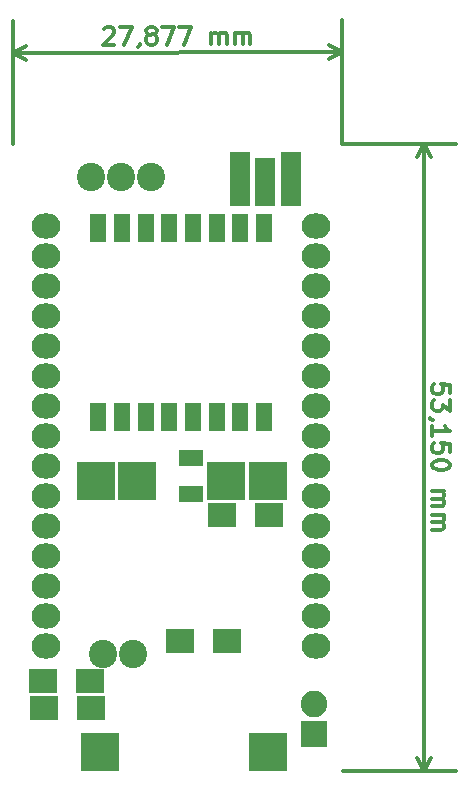
<source format=gbr>
G04 #@! TF.FileFunction,Soldermask,Top*
%FSLAX46Y46*%
G04 Gerber Fmt 4.6, Leading zero omitted, Abs format (unit mm)*
G04 Created by KiCad (PCBNEW 4.0.4-stable) date 04/06/17 15:32:41*
%MOMM*%
%LPD*%
G01*
G04 APERTURE LIST*
%ADD10C,0.100000*%
%ADD11C,0.300000*%
%ADD12C,2.398980*%
%ADD13R,1.670000X4.591000*%
%ADD14R,1.670000X4.083000*%
%ADD15O,2.432000X2.127200*%
%ADD16R,1.400000X2.400000*%
%ADD17R,2.250000X2.250000*%
%ADD18C,2.250000*%
%ADD19R,3.200000X3.200000*%
%ADD20R,2.400000X2.000000*%
%ADD21R,2.000000X1.400000*%
%ADD22R,2.400000X2.100000*%
G04 APERTURE END LIST*
D10*
D11*
X135971715Y-84251392D02*
X136042982Y-84179801D01*
X136185675Y-84108047D01*
X136542818Y-84107233D01*
X136685837Y-84178336D01*
X136757428Y-84249602D01*
X136829182Y-84392296D01*
X136829507Y-84535153D01*
X136758567Y-84749601D01*
X135903379Y-85608693D01*
X136831948Y-85606578D01*
X137328529Y-84105443D02*
X138328527Y-84103165D01*
X137689088Y-85604626D01*
X138974635Y-85530269D02*
X138974798Y-85601697D01*
X138903696Y-85744717D01*
X138832430Y-85816308D01*
X139829987Y-84742605D02*
X139686967Y-84671501D01*
X139615376Y-84600235D01*
X139543622Y-84457541D01*
X139543460Y-84386114D01*
X139614563Y-84243094D01*
X139685828Y-84171503D01*
X139828523Y-84099748D01*
X140114236Y-84099098D01*
X140257256Y-84170201D01*
X140328847Y-84241467D01*
X140400600Y-84384161D01*
X140400763Y-84455589D01*
X140329661Y-84598608D01*
X140258395Y-84670200D01*
X140115701Y-84741954D01*
X139829987Y-84742605D01*
X139687292Y-84814358D01*
X139616027Y-84885950D01*
X139544924Y-85028969D01*
X139545575Y-85314682D01*
X139617329Y-85457376D01*
X139688919Y-85528642D01*
X139831940Y-85599745D01*
X140117653Y-85599094D01*
X140260347Y-85527341D01*
X140331613Y-85455749D01*
X140402716Y-85312730D01*
X140402065Y-85027016D01*
X140330311Y-84884322D01*
X140258720Y-84813056D01*
X140115701Y-84741954D01*
X140899948Y-84097308D02*
X141899946Y-84095030D01*
X141260507Y-85596490D01*
X142328515Y-84094054D02*
X143328513Y-84091776D01*
X142689074Y-85593236D01*
X145046210Y-85587867D02*
X145043932Y-84587870D01*
X145044258Y-84730727D02*
X145115523Y-84659136D01*
X145258218Y-84587381D01*
X145472502Y-84586893D01*
X145615522Y-84657997D01*
X145687276Y-84800691D01*
X145689066Y-85586403D01*
X145687276Y-84800691D02*
X145758379Y-84657671D01*
X145901073Y-84585917D01*
X146115358Y-84585429D01*
X146258378Y-84656532D01*
X146330131Y-84799226D01*
X146331921Y-85584938D01*
X147046205Y-85583311D02*
X147043927Y-84583314D01*
X147044253Y-84726171D02*
X147115518Y-84654580D01*
X147258213Y-84582826D01*
X147472497Y-84582338D01*
X147615516Y-84653441D01*
X147687271Y-84796135D01*
X147689060Y-85581847D01*
X147687271Y-84796135D02*
X147758374Y-84653116D01*
X147901068Y-84581361D01*
X148115352Y-84580873D01*
X148258373Y-84651977D01*
X148330126Y-84794670D01*
X148331916Y-85580382D01*
X128252355Y-86297553D02*
X156128855Y-86234053D01*
X128270000Y-94043500D02*
X128246205Y-83597560D01*
X156146500Y-93980000D02*
X156122705Y-83534060D01*
X156128855Y-86234053D02*
X155003690Y-86823038D01*
X156128855Y-86234053D02*
X155001018Y-85650200D01*
X128252355Y-86297553D02*
X129380192Y-86881406D01*
X128252355Y-86297553D02*
X129377520Y-85708568D01*
X165239429Y-115126180D02*
X165239429Y-114411894D01*
X164525143Y-114340465D01*
X164596571Y-114411894D01*
X164668000Y-114554751D01*
X164668000Y-114911894D01*
X164596571Y-115054751D01*
X164525143Y-115126180D01*
X164382286Y-115197608D01*
X164025143Y-115197608D01*
X163882286Y-115126180D01*
X163810857Y-115054751D01*
X163739429Y-114911894D01*
X163739429Y-114554751D01*
X163810857Y-114411894D01*
X163882286Y-114340465D01*
X165239429Y-115697608D02*
X165239429Y-116626179D01*
X164668000Y-116126179D01*
X164668000Y-116340465D01*
X164596571Y-116483322D01*
X164525143Y-116554751D01*
X164382286Y-116626179D01*
X164025143Y-116626179D01*
X163882286Y-116554751D01*
X163810857Y-116483322D01*
X163739429Y-116340465D01*
X163739429Y-115911893D01*
X163810857Y-115769036D01*
X163882286Y-115697608D01*
X163810857Y-117340464D02*
X163739429Y-117340464D01*
X163596571Y-117269036D01*
X163525143Y-117197607D01*
X163739429Y-118769036D02*
X163739429Y-117911893D01*
X163739429Y-118340465D02*
X165239429Y-118340465D01*
X165025143Y-118197608D01*
X164882286Y-118054750D01*
X164810857Y-117911893D01*
X165239429Y-120126179D02*
X165239429Y-119411893D01*
X164525143Y-119340464D01*
X164596571Y-119411893D01*
X164668000Y-119554750D01*
X164668000Y-119911893D01*
X164596571Y-120054750D01*
X164525143Y-120126179D01*
X164382286Y-120197607D01*
X164025143Y-120197607D01*
X163882286Y-120126179D01*
X163810857Y-120054750D01*
X163739429Y-119911893D01*
X163739429Y-119554750D01*
X163810857Y-119411893D01*
X163882286Y-119340464D01*
X165239429Y-121126178D02*
X165239429Y-121269035D01*
X165168000Y-121411892D01*
X165096571Y-121483321D01*
X164953714Y-121554750D01*
X164668000Y-121626178D01*
X164310857Y-121626178D01*
X164025143Y-121554750D01*
X163882286Y-121483321D01*
X163810857Y-121411892D01*
X163739429Y-121269035D01*
X163739429Y-121126178D01*
X163810857Y-120983321D01*
X163882286Y-120911892D01*
X164025143Y-120840464D01*
X164310857Y-120769035D01*
X164668000Y-120769035D01*
X164953714Y-120840464D01*
X165096571Y-120911892D01*
X165168000Y-120983321D01*
X165239429Y-121126178D01*
X163739429Y-123411892D02*
X164739429Y-123411892D01*
X164596571Y-123411892D02*
X164668000Y-123483320D01*
X164739429Y-123626178D01*
X164739429Y-123840463D01*
X164668000Y-123983320D01*
X164525143Y-124054749D01*
X163739429Y-124054749D01*
X164525143Y-124054749D02*
X164668000Y-124126178D01*
X164739429Y-124269035D01*
X164739429Y-124483320D01*
X164668000Y-124626178D01*
X164525143Y-124697606D01*
X163739429Y-124697606D01*
X163739429Y-125411892D02*
X164739429Y-125411892D01*
X164596571Y-125411892D02*
X164668000Y-125483320D01*
X164739429Y-125626178D01*
X164739429Y-125840463D01*
X164668000Y-125983320D01*
X164525143Y-126054749D01*
X163739429Y-126054749D01*
X164525143Y-126054749D02*
X164668000Y-126126178D01*
X164739429Y-126269035D01*
X164739429Y-126483320D01*
X164668000Y-126626178D01*
X164525143Y-126697606D01*
X163739429Y-126697606D01*
X163068000Y-93980000D02*
X163068000Y-147129500D01*
X156210000Y-93980000D02*
X165768000Y-93980000D01*
X156210000Y-147129500D02*
X165768000Y-147129500D01*
X163068000Y-147129500D02*
X162481579Y-146002996D01*
X163068000Y-147129500D02*
X163654421Y-146002996D01*
X163068000Y-93980000D02*
X162481579Y-95106504D01*
X163068000Y-93980000D02*
X163654421Y-95106504D01*
D12*
X135890000Y-137160000D03*
X134874000Y-96774000D03*
D13*
X147459700Y-96964500D03*
X151752300Y-96964500D03*
D14*
X149606000Y-97218500D03*
D13*
X147459700Y-96964500D03*
X151752300Y-96964500D03*
D15*
X153898600Y-100914200D03*
X153898600Y-103454200D03*
X153898600Y-105994200D03*
X153898600Y-108534200D03*
X153898600Y-111074200D03*
X153898600Y-113614200D03*
X153898600Y-116154200D03*
X153898600Y-118694200D03*
X153898600Y-121234200D03*
X153898600Y-123774200D03*
X153898600Y-126314200D03*
X153898600Y-128854200D03*
X153898600Y-131394200D03*
X153898600Y-133934200D03*
X153898600Y-136474200D03*
X131038600Y-100914200D03*
X131038600Y-131394200D03*
X131038600Y-133934200D03*
X131038600Y-128854200D03*
X131038600Y-113614200D03*
X131038600Y-111074200D03*
X131038600Y-116154200D03*
X131038600Y-136474200D03*
X131038600Y-121234200D03*
X131038600Y-118694200D03*
X131038600Y-123774200D03*
X131038600Y-126314200D03*
X131038600Y-105994200D03*
X131038600Y-108534200D03*
X131038600Y-103454200D03*
D16*
X135483600Y-117119400D03*
X137483600Y-117119400D03*
X139483600Y-117119400D03*
X141483600Y-117119400D03*
X143483600Y-117119400D03*
X145483600Y-117119400D03*
X147483600Y-117119400D03*
X149483600Y-117119400D03*
X149483600Y-101119400D03*
X147483600Y-101119400D03*
X145483600Y-101119400D03*
X143483600Y-101119400D03*
X141483600Y-101119400D03*
X139483600Y-101119400D03*
X137483600Y-101119400D03*
X135483600Y-101119400D03*
D12*
X137414000Y-96774000D03*
X139954000Y-96774000D03*
X138430000Y-137160000D03*
D17*
X153771600Y-143941800D03*
D18*
X153771600Y-141441800D03*
D19*
X138711000Y-122567600D03*
X146311000Y-122567600D03*
X135311000Y-122567600D03*
X149811000Y-122567600D03*
X135611000Y-145467600D03*
X149811000Y-145467600D03*
D20*
X134842000Y-141795500D03*
X130842000Y-141795500D03*
X146399000Y-136080500D03*
X142399000Y-136080500D03*
X134778500Y-139509500D03*
X130778500Y-139509500D03*
D21*
X143319500Y-120610500D03*
X143319500Y-123610500D03*
D22*
X149955000Y-125412500D03*
X145955000Y-125412500D03*
M02*

</source>
